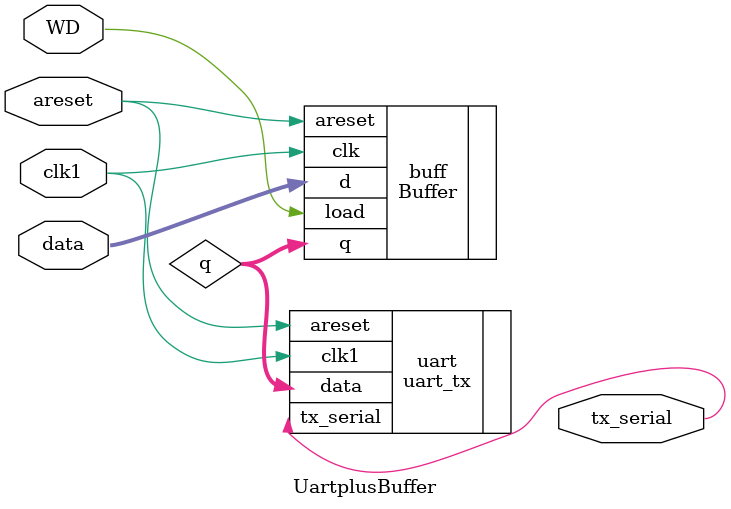
<source format=v>

module UartplusBuffer(
  input clk1,areset,WD,
  input [7:0] data,
  output tx_serial
);

wire [7:0] q;

uart_tx uart (.areset(areset),.clk1(clk1),.data(q),.tx_serial(tx_serial));
Buffer buff (.areset(areset),.clk(clk1),.load(WD),.d(data),.q(q));

endmodule

</source>
